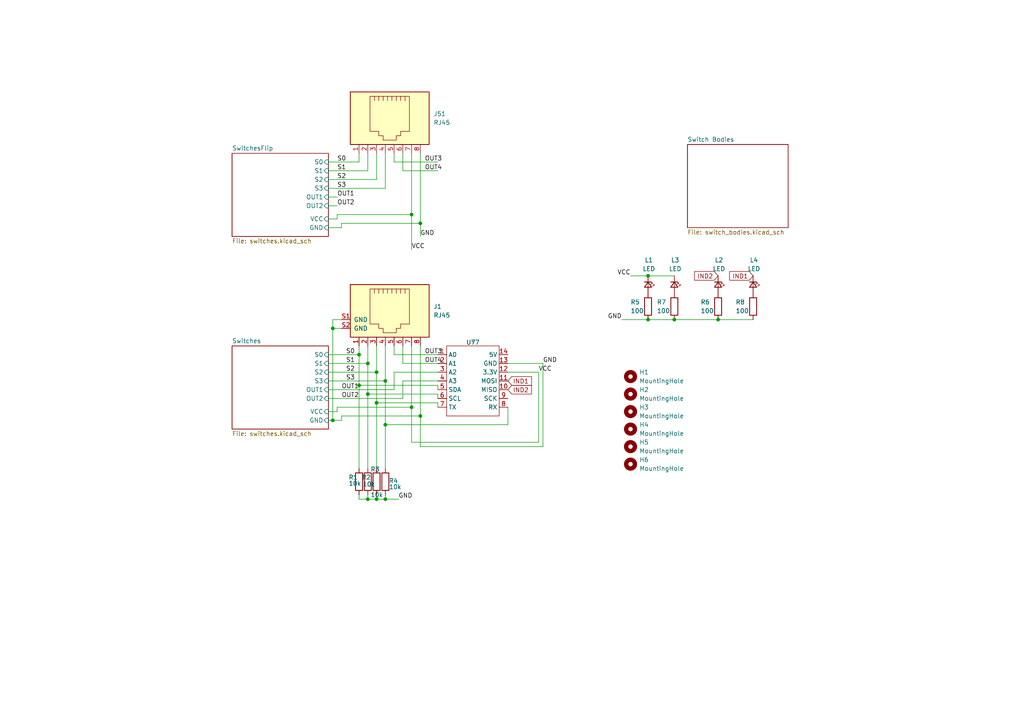
<source format=kicad_sch>
(kicad_sch (version 20231120) (generator "eeschema") (generator_version "8.0")
  (paper "A4")
  (lib_symbols
    (symbol "Device:LED_Small" (pin_numbers hide) (pin_names (offset 0.254) hide)
      (property "Reference" "D" (at -1.27 3.175 0))
      (property "Value" "LED_Small" (at -4.445 -2.54 0))
      (symbol "LED_Small_0_1"
        (polyline (pts (xy -0.762 -1.016) (xy -0.762 1.016)) (stroke (width 0.254)))
        (polyline (pts (xy 1.016 0) (xy -0.762 0)))
        (polyline (pts (xy 0.762 -1.016) (xy -0.762 0) (xy 0.762 1.016) (xy 0.762 -1.016)) (stroke (width 0.254)))
        (polyline (pts (xy 0 0.762) (xy -0.508 1.27) (xy -0.254 1.27) (xy -0.508 1.27) (xy -0.508 1.016)))
        (polyline (pts (xy 0.508 1.27) (xy 0 1.778) (xy 0.254 1.778) (xy 0 1.778) (xy 0 1.524)))
      )
      (symbol "LED_Small_1_1"
        (pin passive line (at -2.54 0 0) (length 1.778) (name "K") (number "1"))
        (pin passive line (at 2.54 0 180) (length 1.778) (name "A") (number "2"))
      )
    )
    (symbol "Device:R" (pin_numbers hide) (pin_names (offset 0))
      (property "Reference" "R" (at 2.032 0 90))
      (property "Value" "R" (at 0 0 90))
      (symbol "R_0_1"
        (rectangle (start -1.016 -2.54) (end 1.016 2.54) (stroke (width 0.254)))
      )
      (symbol "R_1_1"
        (pin passive line (at 0 3.81 270) (length 1.27) (name "~") (number "1"))
        (pin passive line (at 0 -3.81 90) (length 1.27) (name "~") (number "2"))
      )
    )
    (symbol "GKanwarKeebs:Adafruit_QT_Py_RP2040"
      (property "Reference" "U" (at 6.35 2.286 0))
      (symbol "Adafruit_QT_Py_RP2040_0_1"
        (rectangle (start -1.27 1.27) (end 13.97 -19.05))
      )
      (symbol "Adafruit_QT_Py_RP2040_1_1"
        (pin bidirectional line (at -3.81 -1.27 0) (length 2.54) (name "A0") (number "1"))
        (pin bidirectional line (at 16.51 -11.43 180) (length 2.54) (name "MISO") (number "10"))
        (pin bidirectional line (at 16.51 -8.89 180) (length 2.54) (name "MOSI") (number "11"))
        (pin power_out line (at 16.51 -6.35 180) (length 2.54) (name "3.3V") (number "12"))
        (pin power_out line (at 16.51 -3.81 180) (length 2.54) (name "GND") (number "13"))
        (pin power_out line (at 16.51 -1.27 180) (length 2.54) (name "5V") (number "14"))
        (pin bidirectional line (at -3.81 -3.81 0) (length 2.54) (name "A1") (number "2"))
        (pin bidirectional line (at -3.81 -6.35 0) (length 2.54) (name "A2") (number "3"))
        (pin bidirectional line (at -3.81 -8.89 0) (length 2.54) (name "A3") (number "4"))
        (pin bidirectional line (at -3.81 -11.43 0) (length 2.54) (name "SDA") (number "5"))
        (pin bidirectional line (at -3.81 -13.97 0) (length 2.54) (name "SCL") (number "6"))
        (pin bidirectional line (at -3.81 -16.51 0) (length 2.54) (name "TX") (number "7"))
        (pin bidirectional line (at 16.51 -16.51 180) (length 2.54) (name "RX") (number "8"))
        (pin bidirectional line (at 16.51 -13.97 180) (length 2.54) (name "SCK") (number "9"))
      )
    )
    (symbol "GKanwarKeebs:TE_2041126-1_RJ45" (pin_names (offset 1.016))
      (property "Reference" "J1" (at -1.2701 13.97 90))
      (property "Value" "TE_2041126-1_RJ45" (at 1.2699 13.97 90))
      (symbol "TE_2041126-1_RJ45_0_1"
        (polyline (pts (xy -5.08 4.445) (xy -6.35 4.445)))
        (polyline (pts (xy -5.08 5.715) (xy -6.35 5.715)))
        (polyline (pts (xy -6.35 -3.175) (xy -5.08 -3.175) (xy -5.08 -3.175)))
        (polyline (pts (xy -6.35 -1.905) (xy -5.08 -1.905) (xy -5.08 -1.905)))
        (polyline (pts (xy -6.35 -0.635) (xy -5.08 -0.635) (xy -5.08 -0.635)))
        (polyline (pts (xy -6.35 0.635) (xy -5.08 0.635) (xy -5.08 0.635)))
        (polyline (pts (xy -6.35 1.905) (xy -5.08 1.905) (xy -5.08 1.905)))
        (polyline (pts (xy -5.08 3.175) (xy -6.35 3.175) (xy -6.35 3.175)))
        (polyline (pts (xy -6.35 -4.445) (xy -6.35 6.985) (xy 3.81 6.985) (xy 3.81 4.445) (xy 5.08 4.445) (xy 5.08 3.175) (xy 6.35 3.175) (xy 6.35 -0.635) (xy 5.08 -0.635) (xy 5.08 -1.905) (xy 3.81 -1.905) (xy 3.81 -4.445) (xy -6.35 -4.445) (xy -6.35 -4.445)))
        (rectangle (start 7.62 12.7) (end -7.62 -10.16) (stroke (width 0.254)) (fill (type background)))
      )
      (symbol "TE_2041126-1_RJ45_1_1"
        (pin passive line (at 10.16 -7.62 180) (length 2.54) (name "~") (number "1"))
        (pin passive line (at 10.16 -5.08 180) (length 2.54) (name "~") (number "2"))
        (pin passive line (at 10.16 -2.54 180) (length 2.54) (name "~") (number "3"))
        (pin passive line (at 10.16 0 180) (length 2.54) (name "~") (number "4"))
        (pin passive line (at 10.16 2.54 180) (length 2.54) (name "~") (number "5"))
        (pin passive line (at 10.16 5.08 180) (length 2.54) (name "~") (number "6"))
        (pin passive line (at 10.16 7.62 180) (length 2.54) (name "~") (number "7"))
        (pin passive line (at 10.16 10.16 180) (length 2.54) (name "~") (number "8"))
        (pin passive line (at 2.54 -12.7 90) (length 2.54) (name "GND") (number "S1"))
        (pin passive line (at 5.08 -12.7 90) (length 2.54) (name "GND") (number "S2"))
      )
    )
    (symbol "Mechanical:MountingHole" (pin_names (offset 1.016)) (exclude_from_sim yes) (in_bom no)
      (property "Reference" "H" (at 0 5.08 0))
      (property "Value" "MountingHole" (at 0 3.175 0))
      (symbol "MountingHole_0_1"
        (circle (center 0 0) (radius 1.27) (stroke (width 1.27)))
      )
    )
    (symbol "ScottoKeebs:Placeholder_Resistor" (pin_numbers hide) (pin_names (offset 0))
      (property "Reference" "R" (at 0 2.032 0))
      (property "Value" "Resistor" (at 0 -2.54 0))
      (symbol "Placeholder_Resistor_0_1"
        (rectangle (start 2.54 -1.016) (end -2.54 1.016) (stroke (width 0.254)))
      )
      (symbol "Placeholder_Resistor_1_1"
        (pin passive line (at -3.81 0 0) (length 1.27) (name "~") (number "1"))
        (pin passive line (at 3.81 0 180) (length 1.27) (name "~") (number "2"))
      )
    )
    (symbol "TE_2041126-1_RJ45_1" (pin_names (offset 1.016))
      (property "Reference" "J51" (at -1.2701 13.97 90))
      (property "Value" "RJ45" (at 1.2699 13.97 90))
      (symbol "TE_2041126-1_RJ45_1_0_1"
        (polyline (pts (xy -5.08 4.445) (xy -6.35 4.445)))
        (polyline (pts (xy -5.08 5.715) (xy -6.35 5.715)))
        (polyline (pts (xy -6.35 -3.175) (xy -5.08 -3.175) (xy -5.08 -3.175)))
        (polyline (pts (xy -6.35 -1.905) (xy -5.08 -1.905) (xy -5.08 -1.905)))
        (polyline (pts (xy -6.35 -0.635) (xy -5.08 -0.635) (xy -5.08 -0.635)))
        (polyline (pts (xy -6.35 0.635) (xy -5.08 0.635) (xy -5.08 0.635)))
        (polyline (pts (xy -6.35 1.905) (xy -5.08 1.905) (xy -5.08 1.905)))
        (polyline (pts (xy -5.08 3.175) (xy -6.35 3.175) (xy -6.35 3.175)))
        (polyline (pts (xy -6.35 -4.445) (xy -6.35 6.985) (xy 3.81 6.985) (xy 3.81 4.445) (xy 5.08 4.445) (xy 5.08 3.175) (xy 6.35 3.175) (xy 6.35 -0.635) (xy 5.08 -0.635) (xy 5.08 -1.905) (xy 3.81 -1.905) (xy 3.81 -4.445) (xy -6.35 -4.445) (xy -6.35 -4.445)))
        (rectangle (start 7.62 12.7) (end -7.62 -10.16) (stroke (width 0.254)) (fill (type background)))
      )
      (symbol "TE_2041126-1_RJ45_1_1_1"
        (pin passive line (at 10.16 -7.62 180) (length 2.54) (name "~") (number "1"))
        (pin passive line (at 10.16 -5.08 180) (length 2.54) (name "~") (number "2"))
        (pin passive line (at 10.16 -2.54 180) (length 2.54) (name "~") (number "3"))
        (pin passive line (at 10.16 0 180) (length 2.54) (name "~") (number "4"))
        (pin passive line (at 10.16 2.54 180) (length 2.54) (name "~") (number "5"))
        (pin passive line (at 10.16 5.08 180) (length 2.54) (name "~") (number "6"))
        (pin passive line (at 10.16 7.62 180) (length 2.54) (name "~") (number "7"))
        (pin passive line (at 10.16 10.16 180) (length 2.54) (name "~") (number "8"))
      )
    )
  )
  (junction (at 111.76 123.19))
  (junction (at 109.22 116.84))
  (junction (at 187.96 92.71))
  (junction (at 109.22 144.78))
  (junction (at 119.38 118.11))
  (junction (at 111.76 144.78))
  (junction (at 106.68 105.41))
  (junction (at 195.58 92.71))
  (junction (at 121.92 120.65))
  (junction (at 119.38 62.23))
  (junction (at 109.22 107.95))
  (junction (at 104.14 102.87))
  (junction (at 96.52 121.92))
  (junction (at 106.68 144.78))
  (junction (at 187.96 80.01))
  (junction (at 104.14 111.76))
  (junction (at 96.52 95.25))
  (junction (at 208.28 92.71))
  (junction (at 111.76 110.49))
  (junction (at 106.68 114.3))
  (junction (at 121.92 64.77))
  (wire (pts (xy 106.68 105.41) (xy 106.68 100.33)))
  (wire (pts (xy 180.34 92.71) (xy 187.96 92.71)))
  (wire (pts (xy 106.68 143.51) (xy 106.68 144.78)))
  (wire (pts (xy 109.22 116.84) (xy 109.22 135.89)))
  (wire (pts (xy 109.22 107.95) (xy 109.22 100.33)))
  (wire (pts (xy 114.3 100.33) (xy 114.3 102.87)))
  (wire (pts (xy 95.25 121.92) (xy 96.52 121.92)))
  (wire (pts (xy 116.84 49.53) (xy 116.84 44.45)))
  (wire (pts (xy 119.38 118.11) (xy 119.38 100.33)))
  (wire (pts (xy 121.92 120.65) (xy 121.92 100.33)))
  (wire (pts (xy 111.76 123.19) (xy 111.76 135.89)))
  (wire (pts (xy 97.79 119.38) (xy 95.25 119.38)))
  (wire (pts (xy 121.92 68.58) (xy 121.92 64.77)))
  (wire (pts (xy 157.48 129.54) (xy 121.92 129.54)))
  (wire (pts (xy 104.14 144.78) (xy 104.14 143.51)))
  (wire (pts (xy 109.22 144.78) (xy 111.76 144.78)))
  (wire (pts (xy 114.3 102.87) (xy 127 102.87)))
  (wire (pts (xy 119.38 128.27) (xy 119.38 118.11)))
  (wire (pts (xy 127 114.3) (xy 127 115.57)))
  (wire (pts (xy 106.68 144.78) (xy 109.22 144.78)))
  (wire (pts (xy 127 111.76) (xy 127 113.03)))
  (wire (pts (xy 106.68 114.3) (xy 106.68 135.89)))
  (wire (pts (xy 95.25 66.04) (xy 99.06 66.04)))
  (wire (pts (xy 104.14 111.76) (xy 104.14 135.89)))
  (wire (pts (xy 116.84 110.49) (xy 127 110.49)))
  (wire (pts (xy 95.25 46.99) (xy 104.14 46.99)))
  (wire (pts (xy 104.14 102.87) (xy 104.14 111.76)))
  (wire (pts (xy 95.25 52.07) (xy 109.22 52.07)))
  (wire (pts (xy 121.92 129.54) (xy 121.92 120.65)))
  (wire (pts (xy 96.52 92.71) (xy 96.52 95.25)))
  (wire (pts (xy 106.68 49.53) (xy 106.68 44.45)))
  (wire (pts (xy 109.22 52.07) (xy 109.22 44.45)))
  (wire (pts (xy 111.76 110.49) (xy 111.76 123.19)))
  (wire (pts (xy 147.32 118.11) (xy 147.32 123.19)))
  (wire (pts (xy 99.06 92.71) (xy 96.52 92.71)))
  (wire (pts (xy 104.14 144.78) (xy 106.68 144.78)))
  (wire (pts (xy 97.79 62.23) (xy 119.38 62.23)))
  (wire (pts (xy 97.79 118.11) (xy 97.79 119.38)))
  (wire (pts (xy 95.25 110.49) (xy 111.76 110.49)))
  (wire (pts (xy 106.68 105.41) (xy 106.68 114.3)))
  (wire (pts (xy 99.06 120.65) (xy 121.92 120.65)))
  (wire (pts (xy 119.38 62.23) (xy 119.38 44.45)))
  (wire (pts (xy 114.3 46.99) (xy 127 46.99)))
  (wire (pts (xy 99.06 64.77) (xy 121.92 64.77)))
  (wire (pts (xy 95.25 107.95) (xy 109.22 107.95)))
  (wire (pts (xy 157.48 105.41) (xy 157.48 129.54)))
  (wire (pts (xy 95.25 49.53) (xy 106.68 49.53)))
  (wire (pts (xy 104.14 111.76) (xy 127 111.76)))
  (wire (pts (xy 109.22 107.95) (xy 109.22 116.84)))
  (wire (pts (xy 116.84 105.41) (xy 116.84 100.33)))
  (wire (pts (xy 114.3 44.45) (xy 114.3 46.99)))
  (wire (pts (xy 208.28 92.71) (xy 218.44 92.71)))
  (wire (pts (xy 116.84 115.57) (xy 116.84 110.49)))
  (wire (pts (xy 99.06 64.77) (xy 99.06 66.04)))
  (wire (pts (xy 116.84 105.41) (xy 127 105.41)))
  (wire (pts (xy 97.79 62.23) (xy 97.79 63.5)))
  (wire (pts (xy 156.21 128.27) (xy 119.38 128.27)))
  (wire (pts (xy 99.06 95.25) (xy 96.52 95.25)))
  (wire (pts (xy 114.3 107.95) (xy 127 107.95)))
  (wire (pts (xy 121.92 64.77) (xy 121.92 44.45)))
  (wire (pts (xy 104.14 46.99) (xy 104.14 44.45)))
  (wire (pts (xy 95.25 113.03) (xy 114.3 113.03)))
  (wire (pts (xy 109.22 143.51) (xy 109.22 144.78)))
  (wire (pts (xy 95.25 59.69) (xy 97.79 59.69)))
  (wire (pts (xy 96.52 95.25) (xy 96.52 121.92)))
  (wire (pts (xy 187.96 80.01) (xy 195.58 80.01)))
  (wire (pts (xy 127 116.84) (xy 127 118.11)))
  (wire (pts (xy 95.25 54.61) (xy 111.76 54.61)))
  (wire (pts (xy 99.06 120.65) (xy 99.06 121.92)))
  (wire (pts (xy 95.25 57.15) (xy 97.79 57.15)))
  (wire (pts (xy 97.79 63.5) (xy 95.25 63.5)))
  (wire (pts (xy 182.88 80.01) (xy 187.96 80.01)))
  (wire (pts (xy 195.58 92.71) (xy 208.28 92.71)))
  (wire (pts (xy 106.68 114.3) (xy 127 114.3)))
  (wire (pts (xy 147.32 107.95) (xy 156.21 107.95)))
  (wire (pts (xy 114.3 113.03) (xy 114.3 107.95)))
  (wire (pts (xy 111.76 123.19) (xy 147.32 123.19)))
  (wire (pts (xy 95.25 115.57) (xy 116.84 115.57)))
  (wire (pts (xy 119.38 72.39) (xy 119.38 62.23)))
  (wire (pts (xy 111.76 143.51) (xy 111.76 144.78)))
  (wire (pts (xy 97.79 118.11) (xy 119.38 118.11)))
  (wire (pts (xy 147.32 105.41) (xy 157.48 105.41)))
  (wire (pts (xy 156.21 107.95) (xy 156.21 128.27)))
  (wire (pts (xy 109.22 116.84) (xy 127 116.84)))
  (wire (pts (xy 116.84 49.53) (xy 127 49.53)))
  (wire (pts (xy 104.14 102.87) (xy 104.14 100.33)))
  (wire (pts (xy 111.76 54.61) (xy 111.76 44.45)))
  (wire (pts (xy 95.25 102.87) (xy 104.14 102.87)))
  (wire (pts (xy 111.76 144.78) (xy 115.57 144.78)))
  (wire (pts (xy 187.96 92.71) (xy 195.58 92.71)))
  (wire (pts (xy 95.25 105.41) (xy 106.68 105.41)))
  (wire (pts (xy 111.76 110.49) (xy 111.76 100.33)))
  (wire (pts (xy 96.52 121.92) (xy 99.06 121.92)))
  (label "GND" (at 115.57 144.78 0))
  (label "S2" (at 97.79 52.07 0))
  (label "S0" (at 100.33 102.87 0))
  (label "S0" (at 97.79 46.99 0))
  (label "GND" (at 180.34 92.71 180))
  (label "VCC" (at 119.38 72.39 0))
  (label "S3" (at 100.33 110.49 0))
  (label "OUT4" (at 123.19 49.53 0))
  (label "S1" (at 97.79 49.53 0))
  (label "S2" (at 100.33 107.95 0))
  (label "OUT2" (at 99.06 115.57 0))
  (label "VCC" (at 182.88 80.01 180))
  (label "S3" (at 97.79 54.61 0))
  (label "OUT3" (at 123.19 102.87 0))
  (label "OUT1" (at 99.06 113.03 0))
  (label "OUT2" (at 97.79 59.69 0))
  (label "GND" (at 157.48 105.41 0))
  (label "OUT1" (at 97.79 57.15 0))
  (label "GND" (at 121.92 68.58 0))
  (label "VCC" (at 156.21 107.95 0))
  (label "OUT4" (at 123.19 105.41 0))
  (label "OUT3" (at 123.19 46.99 0))
  (label "S1" (at 100.33 105.41 0))
  (global_label "IND2" (shape input) (at 147.32 113.03 0) (property "Intersheetrefs" "${INTERSHEET_REFS}" (effects (hide yes))))
  (global_label "IND1" (shape input) (at 147.32 110.49 0) (property "Intersheetrefs" "${INTERSHEET_REFS}" (effects (hide yes))))
  (global_label "IND1" (shape input) (at 218.44 80.01 180) (property "Intersheetrefs" "${INTERSHEET_REFS}" (effects (hide yes))))
  (global_label "IND2" (shape input) (at 208.28 80.01 180) (property "Intersheetrefs" "${INTERSHEET_REFS}" (effects (hide yes))))
  (symbol (lib_id "GKanwarKeebs:TE_2041126-1_RJ45") (at 111.76 90.17 270) (unit 1)
    (property "Reference" "J1" (at 125.73 88.8999 90) (effects (justify left)))
    (property "Value" "RJ45" (at 125.73 91.4399 90) (effects (justify left)))
    (property "Footprint" "GKanwarKeebs:TE_2041126-1_RJ45" (effects (hide yes)))
    (property "Description" "RJ connector, 8P8C (8 positions 8 connected)" (effects (hide yes)))
  )
  (symbol (lib_id "Mechanical:MountingHole") (at 182.88 109.22 0) (unit 1) (exclude_from_sim yes) (in_bom no)
    (property "Reference" "H1" (at 185.42 107.9499 0) (effects (justify left)))
    (property "Value" "MountingHole" (at 185.42 110.4899 0) (effects (justify left)))
    (property "Footprint" "MountingHole:MountingHole_2.2mm_M2" (effects (hide yes)))
    (property "Description" "Mounting Hole without connection" (effects (hide yes)))
  )
  (symbol (lib_id "ScottoKeebs:Placeholder_Resistor") (at 208.28 88.9 90) (unit 1)
    (property "Reference" "R6" (at 203.2 87.63 90) (effects (justify right)))
    (property "Value" "100" (at 203.2 90.17 90) (effects (justify right)))
    (property "Footprint" "Resistor_SMD:R_0805_2012Metric" (effects (hide yes)))
  )
  (symbol (lib_id "Device:LED_Small") (at 218.44 82.55 270) (unit 1)
    (property "Reference" "L4" (at 218.694 75.438 90))
    (property "Value" "LED" (at 218.694 77.978 90))
    (property "Footprint" "LED_SMD:LED_0603_1608Metric" (effects (hide yes)))
  )
  (symbol (lib_id "Mechanical:MountingHole") (at 182.88 119.38 0) (unit 1) (exclude_from_sim yes) (in_bom no)
    (property "Reference" "H3" (at 185.42 118.1099 0) (effects (justify left)))
    (property "Value" "MountingHole" (at 185.42 120.6499 0) (effects (justify left)))
    (property "Footprint" "MountingHole:MountingHole_2.2mm_M2" (effects (hide yes)))
    (property "Description" "Mounting Hole without connection" (effects (hide yes)))
  )
  (symbol (lib_id "Device:R") (at 111.76 139.7 0) (unit 1)
    (property "Reference" "R4" (at 112.776 139.446 0) (effects (justify left)))
    (property "Value" "10k" (at 112.776 141.224 0) (effects (justify left)))
    (property "Footprint" "Resistor_SMD:R_0805_2012Metric_Pad1.20x1.40mm_HandSolder" (effects (hide yes)))
    (property "Description" "Resistor" (effects (hide yes)))
  )
  (symbol (lib_id "Mechanical:MountingHole") (at 182.88 129.54 0) (unit 1) (exclude_from_sim yes) (in_bom no)
    (property "Reference" "H5" (at 185.42 128.2699 0) (effects (justify left)))
    (property "Value" "MountingHole" (at 185.42 130.8099 0) (effects (justify left)))
    (property "Footprint" "MountingHole:MountingHole_2.2mm_M2" (effects (hide yes)))
    (property "Description" "Mounting Hole without connection" (effects (hide yes)))
  )
  (symbol (lib_id "Device:LED_Small") (at 208.28 82.55 270) (unit 1)
    (property "Reference" "L2" (at 208.534 75.438 90))
    (property "Value" "LED" (at 208.534 77.978 90))
    (property "Footprint" "LED_SMD:LED_0603_1608Metric" (effects (hide yes)))
  )
  (symbol (lib_id "ScottoKeebs:Placeholder_Resistor") (at 218.44 88.9 90) (unit 1)
    (property "Reference" "R8" (at 213.36 87.63 90) (effects (justify right)))
    (property "Value" "100" (at 213.36 90.17 90) (effects (justify right)))
    (property "Footprint" "Resistor_SMD:R_0805_2012Metric" (effects (hide yes)))
  )
  (symbol (lib_id "ScottoKeebs:Placeholder_Resistor") (at 187.96 88.9 90) (unit 1)
    (property "Reference" "R5" (at 182.88 87.63 90) (effects (justify right)))
    (property "Value" "100" (at 182.88 90.17 90) (effects (justify right)))
    (property "Footprint" "Resistor_SMD:R_0805_2012Metric" (effects (hide yes)))
  )
  (symbol (lib_id "GKanwarKeebs:Adafruit_QT_Py_RP2040") (at 130.81 101.6 0) (unit 1)
    (property "Reference" "U77" (at 137.16 99.314 0))
    (property "Value" "~" (at 137.16 99.06 0))
    (property "Footprint" "GKanwarKeebs:Adafruit_QT_Py_SMD" (effects (hide yes)))
  )
  (symbol (lib_id "Mechanical:MountingHole") (at 182.88 124.46 0) (unit 1) (exclude_from_sim yes) (in_bom no)
    (property "Reference" "H4" (at 185.42 123.1899 0) (effects (justify left)))
    (property "Value" "MountingHole" (at 185.42 125.7299 0) (effects (justify left)))
    (property "Footprint" "MountingHole:MountingHole_2.2mm_M2" (effects (hide yes)))
    (property "Description" "Mounting Hole without connection" (effects (hide yes)))
  )
  (symbol (lib_id "Mechanical:MountingHole") (at 182.88 114.3 0) (unit 1) (exclude_from_sim yes) (in_bom no)
    (property "Reference" "H2" (at 185.42 113.0299 0) (effects (justify left)))
    (property "Value" "MountingHole" (at 185.42 115.5699 0) (effects (justify left)))
    (property "Footprint" "MountingHole:MountingHole_2.2mm_M2" (effects (hide yes)))
    (property "Description" "Mounting Hole without connection" (effects (hide yes)))
  )
  (symbol (lib_id "Device:R") (at 106.68 139.7 0) (unit 1)
    (property "Reference" "R2" (at 104.902 138.43 0) (effects (justify left)))
    (property "Value" "10k" (at 105.156 140.462 0) (effects (justify left)))
    (property "Footprint" "Resistor_SMD:R_0805_2012Metric_Pad1.20x1.40mm_HandSolder" (effects (hide yes)))
    (property "Description" "Resistor" (effects (hide yes)))
  )
  (symbol (lib_id "Device:LED_Small") (at 187.96 82.55 270) (unit 1)
    (property "Reference" "L1" (at 188.214 75.438 90))
    (property "Value" "LED" (at 188.214 77.978 90))
    (property "Footprint" "LED_SMD:LED_0603_1608Metric" (effects (hide yes)))
  )
  (symbol (lib_id "ScottoKeebs:Placeholder_Resistor") (at 195.58 88.9 90) (unit 1)
    (property "Reference" "R7" (at 190.5 87.63 90) (effects (justify right)))
    (property "Value" "100" (at 190.5 90.17 90) (effects (justify right)))
    (property "Footprint" "Resistor_SMD:R_0805_2012Metric" (effects (hide yes)))
  )
  (symbol (lib_id "Device:LED_Small") (at 195.58 82.55 270) (unit 1)
    (property "Reference" "L3" (at 195.834 75.438 90))
    (property "Value" "LED" (at 195.834 77.978 90))
    (property "Footprint" "LED_SMD:LED_0603_1608Metric" (effects (hide yes)))
  )
  (symbol (lib_id "Device:R") (at 109.22 139.7 0) (unit 1)
    (property "Reference" "R3" (at 107.442 136.144 0) (effects (justify left)))
    (property "Value" "10k" (at 107.442 143.51 0) (effects (justify left)))
    (property "Footprint" "Resistor_SMD:R_0805_2012Metric_Pad1.20x1.40mm_HandSolder" (effects (hide yes)))
    (property "Description" "Resistor" (effects (hide yes)))
  )
  (symbol (lib_id "Mechanical:MountingHole") (at 182.88 134.62 0) (unit 1) (exclude_from_sim yes) (in_bom no)
    (property "Reference" "H6" (at 185.42 133.3499 0) (effects (justify left)))
    (property "Value" "MountingHole" (at 185.42 135.8899 0) (effects (justify left)))
    (property "Footprint" "MountingHole:MountingHole_2.2mm_M2" (effects (hide yes)))
    (property "Description" "Mounting Hole without connection" (effects (hide yes)))
  )
  (symbol (lib_id "Device:R") (at 104.14 139.7 0) (unit 1)
    (property "Reference" "R1" (at 101.092 138.43 0) (effects (justify left)))
    (property "Value" "10k" (at 101.092 140.208 0) (effects (justify left)))
    (property "Footprint" "Resistor_SMD:R_0805_2012Metric_Pad1.20x1.40mm_HandSolder" (effects (hide yes)))
    (property "Description" "Resistor" (effects (hide yes)))
  )
  (symbol (lib_name "TE_2041126-1_RJ45_1") (lib_id "GKanwarKeebs:TE_2041126-1_RJ45") (at 111.76 34.29 270) (unit 1)
    (property "Reference" "J51" (at 125.73 33.0199 90) (effects (justify left)))
    (property "Value" "RJ45" (at 125.73 35.5599 90) (effects (justify left)))
    (property "Footprint" "GKanwarKeebs:TE_2041126-1_RJ45_Back" (effects (hide yes)))
    (property "Description" "RJ connector, 8P8C (8 positions 8 connected)" (effects (hide yes)))
  )
  (sheet (at 199.39 41.91) (size 29.21 24.13) (stroke (width 0.1524))
    (property "Sheetname" "Switch Bodies" (at 199.39 41.1984 0) (effects (justify left bottom)))
    (property "Sheetfile" "switch_bodies.kicad_sch" (at 199.39 66.6246 0) (effects (justify left top)))
  )
  (sheet (at 67.31 100.33) (size 27.94 24.13) (stroke (width 0.1524))
    (property "Sheetname" "Switches" (at 67.31 99.6184 0) (effects (justify left bottom)))
    (property "Sheetfile" "switches.kicad_sch" (at 67.31 125.0446 0) (effects (justify left top)))
    (pin "S1" input (at 95.25 105.41 0))
    (pin "S3" input (at 95.25 110.49 0))
    (pin "S0" input (at 95.25 102.87 0))
    (pin "S2" input (at 95.25 107.95 0))
    (pin "OUT1" input (at 95.25 113.03 0))
    (pin "OUT2" input (at 95.25 115.57 0))
    (pin "VCC" input (at 95.25 119.38 0))
    (pin "GND" input (at 95.25 121.92 0))
  )
  (sheet (at 67.31 44.45) (size 27.94 24.13) (stroke (width 0.1524))
    (property "Sheetname" "SwitchesFlip" (at 67.31 43.7384 0) (effects (justify left bottom)))
    (property "Sheetfile" "switches.kicad_sch" (at 67.31 69.1646 0) (effects (justify left top)))
    (pin "S1" input (at 95.25 49.53 0))
    (pin "S3" input (at 95.25 54.61 0))
    (pin "S0" input (at 95.25 46.99 0))
    (pin "S2" input (at 95.25 52.07 0))
    (pin "OUT1" input (at 95.25 57.15 0))
    (pin "OUT2" input (at 95.25 59.69 0))
    (pin "VCC" input (at 95.25 63.5 0))
    (pin "GND" input (at 95.25 66.04 0))
  )
)
</source>
